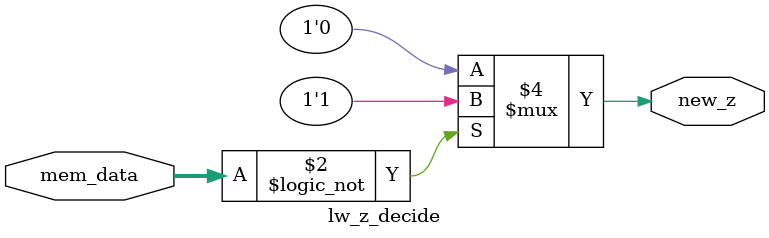
<source format=v>
module lw_z_decide (mem_data,new_z);

input [15:0] mem_data;
output reg new_z;

always @(*)
begin

if(mem_data==16'h0000)
new_z = 1;

else new_z = 0;

end

endmodule 
</source>
